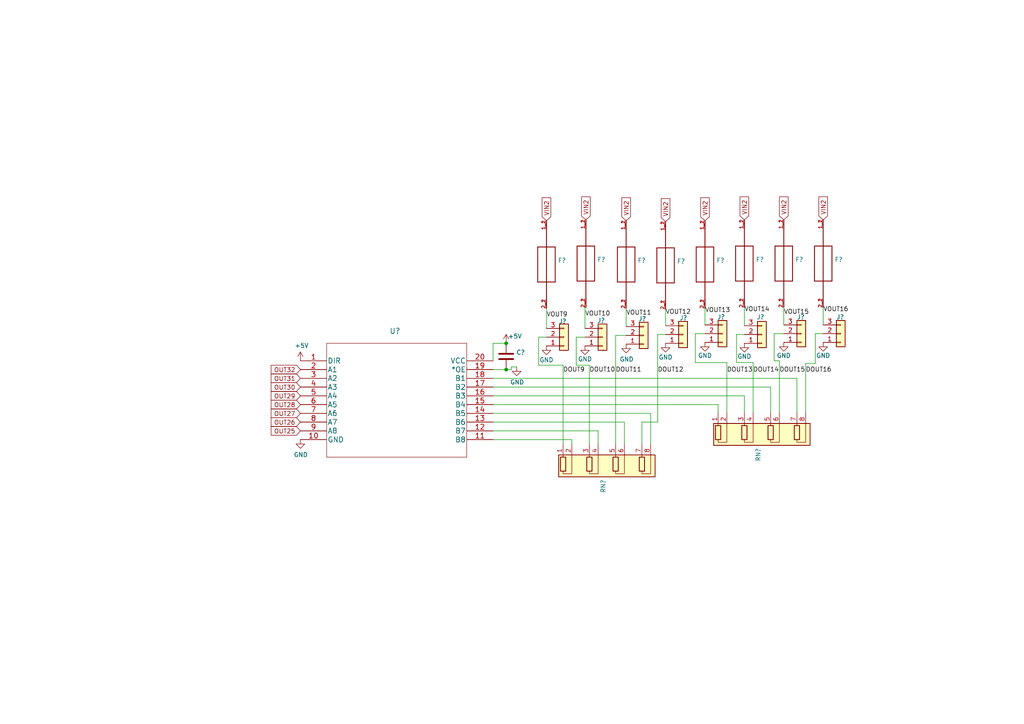
<source format=kicad_sch>
(kicad_sch (version 20211123) (generator eeschema)
  (paper "A4")
  (title_block (title "16 Expansion 24pin") (date "2022-05-09") (rev "v1") (company "Scott Hanson"))
  (lib_symbols
    (symbol "Connector_Generic:Conn_01x03" (pin_names (offset 1.016) hide)
      (property "Reference" "J" (at 0 5.08 0))
      (property "Value" "Conn_01x03" (at 0 -5.08 0))
      (symbol "Conn_01x03_1_1"
        (rectangle (start -1.27 -2.413) (end 0 -2.667) (stroke (width 0.1524)))
        (rectangle (start -1.27 0.127) (end 0 -0.127) (stroke (width 0.1524)))
        (rectangle (start -1.27 2.667) (end 0 2.413) (stroke (width 0.1524)))
        (rectangle (start -1.27 3.81) (end 1.27 -3.81) (stroke (width 0.254)) (fill (type background)))
        (pin passive line (at -5.08 2.54 0) (length 3.81) (name "Pin_1") (number "1"))
        (pin passive line (at -5.08 0 0) (length 3.81) (name "Pin_2") (number "2"))
        (pin passive line (at -5.08 -2.54 0) (length 3.81) (name "Pin_3") (number "3"))
      )
    )
    (symbol "PB_16-rescue:3544-2-Keystone_Fuse" (pin_names (offset 1.016) hide)
      (property "Reference" "F" (at -5.08 3.302 0))
      (property "Value" "3544-2-Keystone_Fuse" (at -5.08 -5.08 0))
      (symbol "3544-2-Keystone_Fuse_0_0"
        (polyline (pts (xy -12.7 0) (xy 12.7 0)) (stroke (width 0.254)))
        (polyline (pts (xy -5.08 -2.54) (xy -5.08 2.54)) (stroke (width 0.254)))
        (polyline (pts (xy -5.08 2.54) (xy 5.08 2.54)) (stroke (width 0.254)))
        (polyline (pts (xy 5.08 -2.54) (xy -5.08 -2.54)) (stroke (width 0.254)))
        (polyline (pts (xy 5.08 2.54) (xy 5.08 -2.54)) (stroke (width 0.254)))
        (pin passive line (at -12.7 0 0) (length 2.54) (name "1") (number "1_1"))
        (pin passive line (at -12.7 0 0) (length 2.54) (name "1") (number "1_2"))
        (pin passive line (at 12.7 0 180) (length 2.54) (name "2") (number "2_1"))
        (pin passive line (at 12.7 0 180) (length 2.54) (name "2") (number "2_2"))
      )
    )
    (symbol "PB_16-rescue:C-Device" (pin_numbers hide) (pin_names (offset 0.254))
      (property "Reference" "C" (at 0.635 2.54 0))
      (property "Value" "C-Device" (at 0.635 -2.54 0))
      (symbol "C-Device_0_1"
        (polyline (pts (xy -2.032 -0.762) (xy 2.032 -0.762)) (stroke (width 0.508)))
        (polyline (pts (xy -2.032 0.762) (xy 2.032 0.762)) (stroke (width 0.508)))
      )
      (symbol "C-Device_1_1"
        (pin passive line (at 0 3.81 270) (length 2.794) (name "~") (number "1"))
        (pin passive line (at 0 -3.81 90) (length 2.794) (name "~") (number "2"))
      )
    )
    (symbol "PB_16-rescue:R_Pack04_SIP-Device" (pin_names (offset 0) hide)
      (property "Reference" "RN" (at -15.24 0 90))
      (property "Value" "R_Pack04_SIP-Device" (at 15.24 0 90))
      (symbol "R_Pack04_SIP-Device_0_1"
        (rectangle (start -13.97 -1.905) (end 13.97 4.445) (stroke (width 0.254)) (fill (type background)))
        (rectangle (start -13.462 2.794) (end -11.938 -1.27) (stroke (width 0.254)))
        (rectangle (start -5.842 2.794) (end -4.318 -1.27) (stroke (width 0.254)))
        (polyline (pts (xy -12.7 2.794) (xy -12.7 3.556) (xy -10.16 3.556) (xy -10.16 -1.27)))
        (polyline (pts (xy -5.08 2.794) (xy -5.08 3.556) (xy -2.54 3.556) (xy -2.54 -1.27)))
        (polyline (pts (xy 2.54 2.794) (xy 2.54 3.556) (xy 5.08 3.556) (xy 5.08 -1.27)))
        (polyline (pts (xy 10.16 2.794) (xy 10.16 3.556) (xy 12.7 3.556) (xy 12.7 -1.27)))
        (rectangle (start 1.778 2.794) (end 3.302 -1.27) (stroke (width 0.254)))
        (rectangle (start 9.398 2.794) (end 10.922 -1.27) (stroke (width 0.254)))
      )
      (symbol "R_Pack04_SIP-Device_1_1"
        (pin passive line (at -12.7 -5.08 90) (length 3.81) (name "R1.1") (number "1"))
        (pin passive line (at -10.16 -5.08 90) (length 3.81) (name "R1.2") (number "2"))
        (pin passive line (at -5.08 -5.08 90) (length 3.81) (name "R2.1") (number "3"))
        (pin passive line (at -2.54 -5.08 90) (length 3.81) (name "R2.2") (number "4"))
        (pin passive line (at 2.54 -5.08 90) (length 3.81) (name "R3.1") (number "5"))
        (pin passive line (at 5.08 -5.08 90) (length 3.81) (name "R3.2") (number "6"))
        (pin passive line (at 10.16 -5.08 90) (length 3.81) (name "R4.1") (number "7"))
        (pin passive line (at 12.7 -5.08 90) (length 3.81) (name "R4.2") (number "8"))
      )
    )
    (symbol "PB_16-rescue:SN74HCT245N-SN74HCT245N" (pin_names (offset 0.254))
      (property "Reference" "U" (at 27.94 10.16 0))
      (property "Value" "SN74HCT245N-SN74HCT245N" (at 27.94 7.62 0))
      (symbol "SN74HCT245N-SN74HCT245N_1_0"
        (polyline (pts (xy 7.62 -27.94) (xy 48.26 -27.94)) (stroke (width 0.127)))
        (polyline (pts (xy 7.62 5.08) (xy 7.62 -27.94)) (stroke (width 0.127)))
        (polyline (pts (xy 48.26 -27.94) (xy 48.26 5.08)) (stroke (width 0.127)))
        (polyline (pts (xy 48.26 5.08) (xy 7.62 5.08)) (stroke (width 0.127)))
        (pin input line (at 0 0 0) (length 7.62) (name "DIR") (number "1"))
        (pin power_in line (at 0 -22.86 0) (length 7.62) (name "GND") (number "10"))
        (pin bidirectional line (at 55.88 -22.86 180) (length 7.62) (name "B8") (number "11"))
        (pin bidirectional line (at 55.88 -20.32 180) (length 7.62) (name "B7") (number "12"))
        (pin bidirectional line (at 55.88 -17.78 180) (length 7.62) (name "B6") (number "13"))
        (pin bidirectional line (at 55.88 -15.24 180) (length 7.62) (name "B5") (number "14"))
        (pin bidirectional line (at 55.88 -12.7 180) (length 7.62) (name "B4") (number "15"))
        (pin bidirectional line (at 55.88 -10.16 180) (length 7.62) (name "B3") (number "16"))
        (pin bidirectional line (at 55.88 -7.62 180) (length 7.62) (name "B2") (number "17"))
        (pin bidirectional line (at 55.88 -5.08 180) (length 7.62) (name "B1") (number "18"))
        (pin input line (at 55.88 -2.54 180) (length 7.62) (name "*OE") (number "19"))
        (pin bidirectional line (at 0 -2.54 0) (length 7.62) (name "A1") (number "2"))
        (pin power_in line (at 55.88 0 180) (length 7.62) (name "VCC") (number "20"))
        (pin bidirectional line (at 0 -5.08 0) (length 7.62) (name "A2") (number "3"))
        (pin bidirectional line (at 0 -7.62 0) (length 7.62) (name "A3") (number "4"))
        (pin bidirectional line (at 0 -10.16 0) (length 7.62) (name "A4") (number "5"))
        (pin bidirectional line (at 0 -12.7 0) (length 7.62) (name "A5") (number "6"))
        (pin bidirectional line (at 0 -15.24 0) (length 7.62) (name "A6") (number "7"))
        (pin bidirectional line (at 0 -17.78 0) (length 7.62) (name "A7") (number "8"))
        (pin bidirectional line (at 0 -20.32 0) (length 7.62) (name "A8") (number "9"))
      )
    )
    (symbol "power:+5V" (power) (pin_names (offset 0))
      (property "Value" "+5V" (at 0 3.556 0))
      (symbol "+5V_0_1"
        (polyline (pts (xy -0.762 1.27) (xy 0 2.54)))
        (polyline (pts (xy 0 0) (xy 0 2.54)))
        (polyline (pts (xy 0 2.54) (xy 0.762 1.27)))
      )
      (symbol "+5V_1_1"
        (pin power_in line (at 0 0 90) (length 0) hide (name "+5V") (number "1"))
      )
    )
    (symbol "power:GND" (power) (pin_names (offset 0))
      (property "Value" "GND" (at 0 -3.81 0))
      (symbol "GND_0_1"
        (polyline (pts (xy 0 0) (xy 0 -1.27) (xy 1.27 -1.27) (xy 0 -2.54) (xy -1.27 -1.27) (xy 0 -1.27)))
      )
      (symbol "GND_1_1"
        (pin power_in line (at 0 0 270) (length 0) hide (name "GND") (number "1"))
      )
    )
  )
  (junction (at 146.812 99.568))
  (junction (at 146.812 107.188))
  (wire (pts (xy 208.28 117.348) (xy 208.28 119.634)))
  (wire (pts (xy 181.102 122.428) (xy 181.102 128.778)))
  (wire (pts (xy 190.754 122.428) (xy 186.182 122.428)))
  (wire (pts (xy 236.474 96.774) (xy 238.76 96.774)))
  (wire (pts (xy 233.68 105.41) (xy 236.474 105.41)))
  (wire (pts (xy 215.9 89.154) (xy 215.9 94.488)))
  (wire (pts (xy 226.06 119.634) (xy 226.06 104.648)))
  (wire (pts (xy 213.614 97.028) (xy 213.614 105.156)))
  (wire (pts (xy 173.482 124.968) (xy 173.482 128.778)))
  (wire (pts (xy 143.002 122.428) (xy 181.102 122.428)))
  (wire (pts (xy 233.68 119.634) (xy 233.68 105.41)))
  (wire (pts (xy 169.672 97.79) (xy 167.132 97.79)))
  (wire (pts (xy 156.21 105.918) (xy 156.21 97.79)))
  (wire (pts (xy 148.336 106.426) (xy 148.336 107.188)))
  (wire (pts (xy 143.002 124.968) (xy 173.482 124.968)))
  (wire (pts (xy 143.002 109.728) (xy 231.14 109.728)))
  (wire (pts (xy 167.132 105.918) (xy 167.132 97.79)))
  (wire (pts (xy 143.002 114.808) (xy 215.9 114.808)))
  (wire (pts (xy 169.672 95.25) (xy 169.672 89.154)))
  (wire (pts (xy 223.52 112.268) (xy 223.52 119.634)))
  (wire (pts (xy 231.14 109.728) (xy 231.14 119.634)))
  (wire (pts (xy 201.676 96.774) (xy 201.676 105.156)))
  (wire (pts (xy 215.9 119.634) (xy 215.9 114.808)))
  (wire (pts (xy 218.44 105.156) (xy 218.44 119.634)))
  (wire (pts (xy 201.676 105.156) (xy 210.82 105.156)))
  (wire (pts (xy 165.862 127.508) (xy 165.862 128.778)))
  (wire (pts (xy 170.942 128.778) (xy 170.942 105.918)))
  (wire (pts (xy 170.942 105.918) (xy 167.132 105.918)))
  (wire (pts (xy 215.9 97.028) (xy 213.614 97.028)))
  (wire (pts (xy 224.536 104.648) (xy 224.536 96.774)))
  (wire (pts (xy 238.76 94.234) (xy 238.76 89.154)))
  (wire (pts (xy 156.21 97.79) (xy 158.496 97.79)))
  (wire (pts (xy 143.002 99.568) (xy 143.002 104.648)))
  (wire (pts (xy 236.474 105.41) (xy 236.474 96.774)))
  (wire (pts (xy 178.562 128.778) (xy 178.562 97.282)))
  (wire (pts (xy 193.04 94.488) (xy 193.04 89.662)))
  (wire (pts (xy 224.536 96.774) (xy 227.33 96.774)))
  (wire (pts (xy 146.812 107.188) (xy 143.002 107.188)))
  (wire (pts (xy 204.47 96.774) (xy 201.676 96.774)))
  (wire (pts (xy 181.61 89.408) (xy 181.61 94.742)))
  (wire (pts (xy 148.336 107.188) (xy 146.812 107.188)))
  (wire (pts (xy 146.812 99.568) (xy 143.002 99.568)))
  (wire (pts (xy 226.06 104.648) (xy 224.536 104.648)))
  (wire (pts (xy 149.86 106.426) (xy 148.336 106.426)))
  (wire (pts (xy 227.33 89.154) (xy 227.33 94.234)))
  (wire (pts (xy 163.322 128.778) (xy 163.322 105.918)))
  (wire (pts (xy 210.82 105.156) (xy 210.82 119.634)))
  (wire (pts (xy 143.002 112.268) (xy 223.52 112.268)))
  (wire (pts (xy 178.562 97.282) (xy 181.61 97.282)))
  (wire (pts (xy 163.322 105.918) (xy 156.21 105.918)))
  (wire (pts (xy 193.04 97.028) (xy 190.754 97.028)))
  (wire (pts (xy 169.672 89.154) (xy 169.926 89.154)))
  (wire (pts (xy 186.182 122.428) (xy 186.182 128.778)))
  (wire (pts (xy 213.614 105.156) (xy 218.44 105.156)))
  (wire (pts (xy 143.002 119.888) (xy 188.722 119.888)))
  (wire (pts (xy 158.496 89.408) (xy 158.496 95.25)))
  (wire (pts (xy 143.002 127.508) (xy 165.862 127.508)))
  (wire (pts (xy 143.002 117.348) (xy 208.28 117.348)))
  (wire (pts (xy 188.722 119.888) (xy 188.722 128.778)))
  (wire (pts (xy 204.47 94.234) (xy 204.47 89.408)))
  (wire (pts (xy 190.754 97.028) (xy 190.754 122.428)))
  (label "VOUT14" (at 215.9 90.678 0))
  (label "VOUT12" (at 193.04 91.44 0))
  (label "VOUT16" (at 238.76 90.678 0))
  (label "VOUT10" (at 169.672 91.948 0))
  (label "DOUT12" (at 190.754 108.204 0))
  (label "VOUT15" (at 227.33 91.44 0))
  (label "DOUT16" (at 233.68 108.204 0))
  (label "VOUT9" (at 158.496 92.202 0))
  (label "DOUT11" (at 178.562 108.204 0))
  (label "VOUT11" (at 181.61 91.694 0))
  (label "DOUT13" (at 210.82 108.204 0))
  (label "DOUT10" (at 170.942 108.204 0))
  (label "DOUT15" (at 226.06 108.204 0))
  (label "DOUT9" (at 163.322 108.204 0))
  (label "DOUT14" (at 218.44 108.204 0))
  (label "VOUT13" (at 204.47 90.932 0))
  (global_label "VIN2" (shape input) (at 238.76 63.754 90) (property "Intersheet References" "${INTERSHEET_REFS}" (effects hide)))
  (global_label "OUT29" (shape input) (at 87.122 114.808 180) (property "Intersheet References" "${INTERSHEET_REFS}" (effects hide)))
  (global_label "VIN2" (shape input) (at 181.61 64.008 90) (property "Intersheet References" "${INTERSHEET_REFS}" (effects hide)))
  (global_label "OUT30" (shape input) (at 87.122 112.268 180) (property "Intersheet References" "${INTERSHEET_REFS}" (effects hide)))
  (global_label "VIN2" (shape input) (at 215.9 63.754 90) (property "Intersheet References" "${INTERSHEET_REFS}" (effects hide)))
  (global_label "OUT32" (shape input) (at 87.122 107.188 180) (property "Intersheet References" "${INTERSHEET_REFS}" (effects hide)))
  (global_label "VIN2" (shape input) (at 204.47 64.008 90) (property "Intersheet References" "${INTERSHEET_REFS}" (effects hide)))
  (global_label "VIN2" (shape input) (at 193.04 64.262 90) (property "Intersheet References" "${INTERSHEET_REFS}" (effects hide)))
  (global_label "OUT28" (shape input) (at 87.122 117.348 180) (property "Intersheet References" "${INTERSHEET_REFS}" (effects hide)))
  (global_label "VIN2" (shape input) (at 227.33 63.754 90) (property "Intersheet References" "${INTERSHEET_REFS}" (effects hide)))
  (global_label "OUT31" (shape input) (at 87.122 109.728 180) (property "Intersheet References" "${INTERSHEET_REFS}" (effects hide)))
  (global_label "OUT25" (shape input) (at 87.122 124.968 180) (property "Intersheet References" "${INTERSHEET_REFS}" (effects hide)))
  (global_label "OUT27" (shape input) (at 87.122 119.888 180) (property "Intersheet References" "${INTERSHEET_REFS}" (effects hide)))
  (global_label "VIN2" (shape input) (at 169.926 63.754 90) (property "Intersheet References" "${INTERSHEET_REFS}" (effects hide)))
  (global_label "OUT26" (shape input) (at 87.122 122.428 180) (property "Intersheet References" "${INTERSHEET_REFS}" (effects hide)))
  (global_label "VIN2" (shape input) (at 158.496 64.008 90) (property "Intersheet References" "${INTERSHEET_REFS}" (effects hide)))
  (symbol (lib_id "Connector_Generic:Conn_01x03") (at 163.576 97.79 0) (mirror x) (unit 1)
    (property "Reference" "J?" (at 162.052 93.218 0) (effects (justify left)))
    (property "Digi-Key_PN" "277-5737-ND/ED10555-ND" (effects hide))
    (property "MPN" "1843619/OSTTJ0311530" (effects hide))
  )
  (symbol (lib_id "Connector_Generic:Conn_01x03") (at 174.752 97.79 0) (mirror x) (unit 1)
    (property "Reference" "J?" (at 173.228 92.964 0) (effects (justify left)))
    (property "Digi-Key_PN" "277-5737-ND/ED10555-ND" (effects hide))
    (property "MPN" "1843619/OSTTJ0311530" (effects hide))
  )
  (symbol (lib_id "Connector_Generic:Conn_01x03") (at 186.69 97.282 0) (mirror x) (unit 1)
    (property "Reference" "J?" (at 185.166 92.456 0) (effects (justify left)))
    (property "Digi-Key_PN" "277-5737-ND/ED10555-ND" (effects hide))
    (property "MPN" "1843619/OSTTJ0311530" (effects hide))
  )
  (symbol (lib_id "Connector_Generic:Conn_01x03") (at 198.12 97.028 0) (mirror x) (unit 1)
    (property "Reference" "J?" (at 197.104 92.202 0) (effects (justify left)))
    (property "Digi-Key_PN" "277-5737-ND/ED10555-ND" (effects hide))
    (property "MPN" "1843619/OSTTJ0311530" (effects hide))
  )
  (symbol (lib_id "Connector_Generic:Conn_01x03") (at 209.55 96.774 0) (mirror x) (unit 1)
    (property "Reference" "J?" (at 208.026 91.948 0) (effects (justify left)))
    (property "Digi-Key_PN" "277-5737-ND/ED10555-ND" (effects hide))
    (property "MPN" "1843619/OSTTJ0311530" (effects hide))
  )
  (symbol (lib_id "Connector_Generic:Conn_01x03") (at 220.98 97.028 0) (mirror x) (unit 1)
    (property "Reference" "J?" (at 219.456 91.948 0) (effects (justify left)))
    (property "Digi-Key_PN" "277-5737-ND/ED10555-ND" (effects hide))
    (property "MPN" "1843619/OSTTJ0311530" (effects hide))
  )
  (symbol (lib_id "Connector_Generic:Conn_01x03") (at 232.41 96.774 0) (mirror x) (unit 1)
    (property "Reference" "J?" (at 231.14 91.948 0) (effects (justify left)))
    (property "Digi-Key_PN" "277-5737-ND/ED10555-ND" (effects hide))
    (property "MPN" "1843619/OSTTJ0311530" (effects hide))
  )
  (symbol (lib_id "Connector_Generic:Conn_01x03") (at 243.84 96.774 0) (mirror x) (unit 1)
    (property "Reference" "J?" (at 242.57 91.948 0) (effects (justify left)))
    (property "Digi-Key_PN" "277-5737-ND/ED10555-ND" (effects hide))
    (property "MPN" "1843619/OSTTJ0311530" (effects hide))
  )
  (symbol (lib_id "power:GND") (at 158.496 100.33 0) (unit 1)
    (property "Reference" "#PWR?" (effects hide))
  )
  (symbol (lib_id "power:GND") (at 169.672 100.33 0) (unit 1)
    (property "Reference" "#PWR?" (effects hide))
  )
  (symbol (lib_id "power:GND") (at 181.61 99.822 0) (unit 1)
    (property "Reference" "#PWR?" (effects hide))
  )
  (symbol (lib_id "power:GND") (at 193.04 99.568 0) (unit 1)
    (property "Reference" "#PWR?" (effects hide))
  )
  (symbol (lib_id "power:GND") (at 204.47 99.314 0) (unit 1)
    (property "Reference" "#PWR?" (effects hide))
  )
  (symbol (lib_id "power:GND") (at 215.9 99.568 0) (unit 1)
    (property "Reference" "#PWR?" (effects hide))
  )
  (symbol (lib_id "power:GND") (at 227.33 99.314 0) (unit 1)
    (property "Reference" "#PWR?" (effects hide))
  )
  (symbol (lib_id "power:GND") (at 238.76 99.314 0) (unit 1)
    (property "Reference" "#PWR?" (effects hide))
  )
  (symbol (lib_id "PB_16-rescue:3544-2-Keystone_Fuse") (at 169.926 76.454 270) (unit 1)
    (property "Reference" "F?" (at 173.228 75.2856 90) (effects (justify left)))
    (property "Field4" "3544-2" (effects hide))
    (property "Field5" "None" (effects hide))
    (property "Field6" "Unavailable" (effects hide))
    (property "Field7" "Fuse Clip; 500 VAC; 30 A; PCB; For 0.110 in. x 0.032 in. mini blade fuses" (effects hide))
    (property "Field8" "Keystone Electronics" (effects hide))
    (property "Digi-Key_PN" "36-3544-2-ND" (effects hide))
    (property "MPN" "3544-2" (effects hide))
  )
  (symbol (lib_id "PB_16-rescue:3544-2-Keystone_Fuse") (at 181.61 76.708 270) (unit 1)
    (property "Reference" "F?" (at 184.912 75.5396 90) (effects (justify left)))
    (property "Field4" "3544-2" (effects hide))
    (property "Field5" "None" (effects hide))
    (property "Field6" "Unavailable" (effects hide))
    (property "Field7" "Fuse Clip; 500 VAC; 30 A; PCB; For 0.110 in. x 0.032 in. mini blade fuses" (effects hide))
    (property "Field8" "Keystone Electronics" (effects hide))
    (property "Digi-Key_PN" "36-3544-2-ND" (effects hide))
    (property "MPN" "3544-2" (effects hide))
  )
  (symbol (lib_id "PB_16-rescue:3544-2-Keystone_Fuse") (at 193.04 76.962 270) (unit 1)
    (property "Reference" "F?" (at 196.342 75.7936 90) (effects (justify left)))
    (property "Field4" "3544-2" (effects hide))
    (property "Field5" "None" (effects hide))
    (property "Field6" "Unavailable" (effects hide))
    (property "Field7" "Fuse Clip; 500 VAC; 30 A; PCB; For 0.110 in. x 0.032 in. mini blade fuses" (effects hide))
    (property "Field8" "Keystone Electronics" (effects hide))
    (property "Digi-Key_PN" "36-3544-2-ND" (effects hide))
    (property "MPN" "3544-2" (effects hide))
  )
  (symbol (lib_id "PB_16-rescue:3544-2-Keystone_Fuse") (at 204.47 76.708 270) (unit 1)
    (property "Reference" "F?" (at 207.772 75.5396 90) (effects (justify left)))
    (property "Field4" "3544-2" (effects hide))
    (property "Field5" "None" (effects hide))
    (property "Field6" "Unavailable" (effects hide))
    (property "Field7" "Fuse Clip; 500 VAC; 30 A; PCB; For 0.110 in. x 0.032 in. mini blade fuses" (effects hide))
    (property "Field8" "Keystone Electronics" (effects hide))
    (property "Digi-Key_PN" "36-3544-2-ND" (effects hide))
    (property "MPN" "3544-2" (effects hide))
  )
  (symbol (lib_id "PB_16-rescue:3544-2-Keystone_Fuse") (at 215.9 76.454 270) (unit 1)
    (property "Reference" "F?" (at 219.202 75.2856 90) (effects (justify left)))
    (property "Field4" "3544-2" (effects hide))
    (property "Field5" "None" (effects hide))
    (property "Field6" "Unavailable" (effects hide))
    (property "Field7" "Fuse Clip; 500 VAC; 30 A; PCB; For 0.110 in. x 0.032 in. mini blade fuses" (effects hide))
    (property "Field8" "Keystone Electronics" (effects hide))
    (property "Digi-Key_PN" "36-3544-2-ND" (effects hide))
    (property "MPN" "3544-2" (effects hide))
  )
  (symbol (lib_id "PB_16-rescue:3544-2-Keystone_Fuse") (at 227.33 76.454 270) (unit 1)
    (property "Reference" "F?" (at 230.632 75.2856 90) (effects (justify left)))
    (property "Field4" "3544-2" (effects hide))
    (property "Field5" "None" (effects hide))
    (property "Field6" "Unavailable" (effects hide))
    (property "Field7" "Fuse Clip; 500 VAC; 30 A; PCB; For 0.110 in. x 0.032 in. mini blade fuses" (effects hide))
    (property "Field8" "Keystone Electronics" (effects hide))
    (property "Digi-Key_PN" "36-3544-2-ND" (effects hide))
    (property "MPN" "3544-2" (effects hide))
  )
  (symbol (lib_id "PB_16-rescue:3544-2-Keystone_Fuse") (at 238.76 76.454 270) (unit 1)
    (property "Reference" "F?" (at 242.062 75.2856 90) (effects (justify left)))
    (property "Field4" "3544-2" (effects hide))
    (property "Field5" "None" (effects hide))
    (property "Field6" "Unavailable" (effects hide))
    (property "Field7" "Fuse Clip; 500 VAC; 30 A; PCB; For 0.110 in. x 0.032 in. mini blade fuses" (effects hide))
    (property "Field8" "Keystone Electronics" (effects hide))
    (property "Digi-Key_PN" "36-3544-2-ND" (effects hide))
    (property "MPN" "3544-2" (effects hide))
  )
  (symbol (lib_id "power:GND") (at 149.86 106.426 0) (unit 1)
    (property "Reference" "#PWR?" (effects hide))
  )
  (symbol (lib_id "power:+5V") (at 87.122 104.648 0) (unit 1)
    (property "Reference" "#PWR?" (effects hide))
  )
  (symbol (lib_id "power:GND") (at 87.122 127.508 0) (unit 1)
    (property "Reference" "#PWR?" (effects hide))
  )
  (symbol (lib_id "PB_16-rescue:C-Device") (at 146.812 103.378 0) (unit 1)
    (property "Reference" "C?" (at 149.733 102.2096 0) (effects (justify left)))
    (property "Digi-Key_PN" "478-7336-1-ND" (effects hide))
    (property "MPN" "SR215C104KARTR1" (effects hide))
  )
  (symbol (lib_id "power:+5V") (at 146.812 99.568 0) (unit 1)
    (property "Reference" "#PWR?" (effects hide))
  )
  (symbol (lib_id "PB_16-rescue:R_Pack04_SIP-Device") (at 220.98 124.714 0) (mirror x) (unit 1)
    (property "Reference" "RN?" (at 219.9132 129.921 90) (effects (justify left)))
    (property "Datasheet" "http://www.vishay.com/docs/31509/csc.pdf" (effects hide))
    (property "Digi-Key_PN" "4608X-2-330LF-ND" (effects hide))
    (property "MPN" "4608X-102-330LF" (effects hide))
  )
  (symbol (lib_id "PB_16-rescue:SN74HCT245N-SN74HCT245N") (at 87.122 104.648 0) (unit 1)
    (property "Reference" "U?" (at 114.554 96.012 0) (effects (font (size 1.524 1.524))))
    (property "Digi-Key_PN" "296-1612-5-ND" (effects hide))
    (property "MPN" "SN74HCT245N" (effects hide))
  )
  (symbol (lib_id "PB_16-rescue:3544-2-Keystone_Fuse") (at 158.496 76.708 270) (unit 1)
    (property "Reference" "F?" (at 161.798 75.5396 90) (effects (justify left)))
    (property "Field4" "3544-2" (effects hide))
    (property "Field5" "None" (effects hide))
    (property "Field6" "Unavailable" (effects hide))
    (property "Field7" "Fuse Clip; 500 VAC; 30 A; PCB; For 0.110 in. x 0.032 in. mini blade fuses" (effects hide))
    (property "Field8" "Keystone Electronics" (effects hide))
    (property "Digi-Key_PN" "36-3544-2-ND" (effects hide))
    (property "MPN" "3544-2" (effects hide))
  )
  (symbol (lib_id "PB_16-rescue:R_Pack04_SIP-Device") (at 176.022 133.858 0) (mirror x) (unit 1)
    (property "Reference" "RN?" (at 174.9552 139.065 90) (effects (justify left)))
    (property "Datasheet" "http://www.vishay.com/docs/31509/csc.pdf" (effects hide))
    (property "Digi-Key_PN" "4608X-2-330LF-ND" (effects hide))
    (property "MPN" "4608X-102-330LF" (effects hide))
  )
)
</source>
